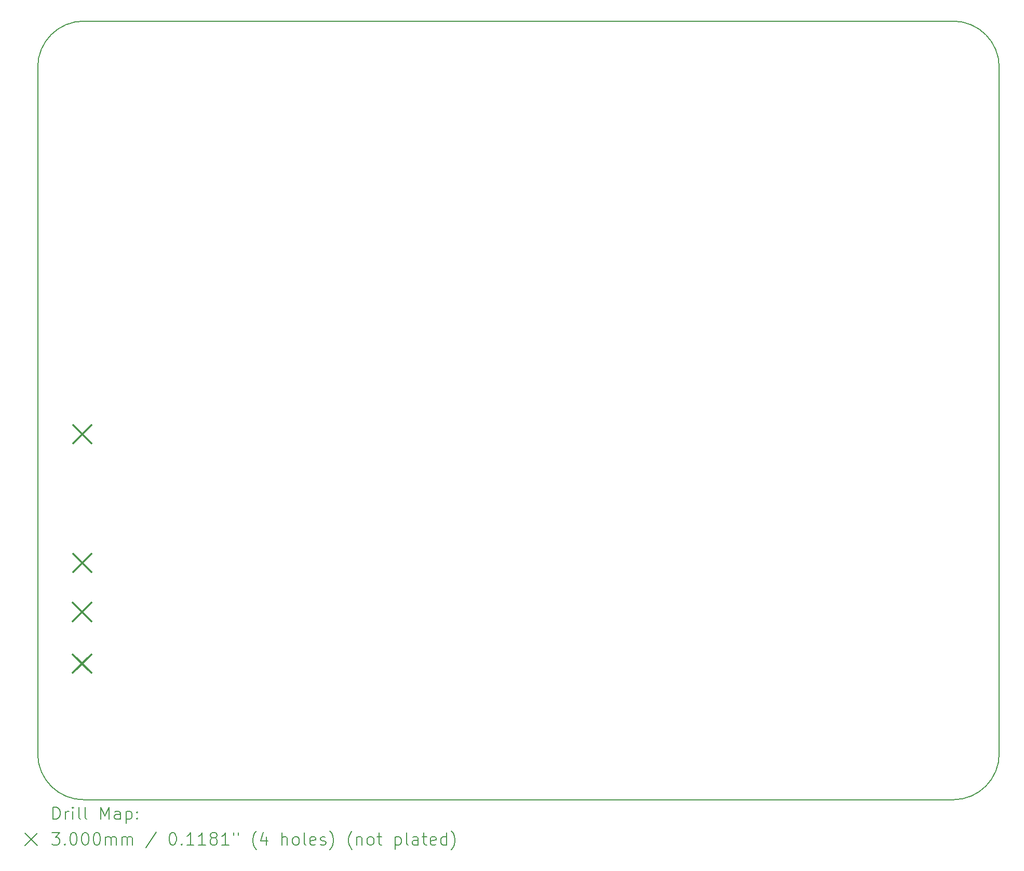
<source format=gbr>
%FSLAX45Y45*%
G04 Gerber Fmt 4.5, Leading zero omitted, Abs format (unit mm)*
G04 Created by KiCad (PCBNEW (6.0.1)) date 2023-04-18 18:33:36*
%MOMM*%
%LPD*%
G01*
G04 APERTURE LIST*
%TA.AperFunction,Profile*%
%ADD10C,0.150000*%
%TD*%
%ADD11C,0.200000*%
%ADD12C,0.300000*%
G04 APERTURE END LIST*
D10*
X5884100Y-4204780D02*
X5884100Y-15411200D01*
X5884100Y-15411200D02*
G75*
G03*
X6640500Y-16154400I749800J6600D01*
G01*
X6634480Y-3454400D02*
G75*
G03*
X5884100Y-4204780I0J-750380D01*
G01*
X6640500Y-16154400D02*
X20817300Y-16154400D01*
X6634480Y-3454400D02*
X20813000Y-3454400D01*
X21560600Y-4206900D02*
X21560600Y-15398000D01*
X21560600Y-4206900D02*
G75*
G03*
X20813000Y-3454400I-750050J2450D01*
G01*
X20817300Y-16154400D02*
G75*
G03*
X21560600Y-15398000I-6550J749850D01*
G01*
D11*
D12*
X6457900Y-12942800D02*
X6757900Y-13242800D01*
X6757900Y-12942800D02*
X6457900Y-13242800D01*
X6457900Y-13782800D02*
X6757900Y-14082800D01*
X6757900Y-13782800D02*
X6457900Y-14082800D01*
X6460600Y-10043600D02*
X6760600Y-10343600D01*
X6760600Y-10043600D02*
X6460600Y-10343600D01*
X6460600Y-12143600D02*
X6760600Y-12443600D01*
X6760600Y-12143600D02*
X6460600Y-12443600D01*
D11*
X6134219Y-16472405D02*
X6134219Y-16272405D01*
X6181838Y-16272405D01*
X6210409Y-16281929D01*
X6229457Y-16300977D01*
X6238981Y-16320024D01*
X6248505Y-16358119D01*
X6248505Y-16386691D01*
X6238981Y-16424786D01*
X6229457Y-16443834D01*
X6210409Y-16462881D01*
X6181838Y-16472405D01*
X6134219Y-16472405D01*
X6334219Y-16472405D02*
X6334219Y-16339072D01*
X6334219Y-16377167D02*
X6343743Y-16358119D01*
X6353267Y-16348596D01*
X6372314Y-16339072D01*
X6391362Y-16339072D01*
X6458028Y-16472405D02*
X6458028Y-16339072D01*
X6458028Y-16272405D02*
X6448505Y-16281929D01*
X6458028Y-16291453D01*
X6467552Y-16281929D01*
X6458028Y-16272405D01*
X6458028Y-16291453D01*
X6581838Y-16472405D02*
X6562790Y-16462881D01*
X6553267Y-16443834D01*
X6553267Y-16272405D01*
X6686600Y-16472405D02*
X6667552Y-16462881D01*
X6658028Y-16443834D01*
X6658028Y-16272405D01*
X6915171Y-16472405D02*
X6915171Y-16272405D01*
X6981838Y-16415262D01*
X7048505Y-16272405D01*
X7048505Y-16472405D01*
X7229457Y-16472405D02*
X7229457Y-16367643D01*
X7219933Y-16348596D01*
X7200886Y-16339072D01*
X7162790Y-16339072D01*
X7143743Y-16348596D01*
X7229457Y-16462881D02*
X7210409Y-16472405D01*
X7162790Y-16472405D01*
X7143743Y-16462881D01*
X7134219Y-16443834D01*
X7134219Y-16424786D01*
X7143743Y-16405738D01*
X7162790Y-16396215D01*
X7210409Y-16396215D01*
X7229457Y-16386691D01*
X7324695Y-16339072D02*
X7324695Y-16539072D01*
X7324695Y-16348596D02*
X7343743Y-16339072D01*
X7381838Y-16339072D01*
X7400886Y-16348596D01*
X7410409Y-16358119D01*
X7419933Y-16377167D01*
X7419933Y-16434310D01*
X7410409Y-16453357D01*
X7400886Y-16462881D01*
X7381838Y-16472405D01*
X7343743Y-16472405D01*
X7324695Y-16462881D01*
X7505648Y-16453357D02*
X7515171Y-16462881D01*
X7505648Y-16472405D01*
X7496124Y-16462881D01*
X7505648Y-16453357D01*
X7505648Y-16472405D01*
X7505648Y-16348596D02*
X7515171Y-16358119D01*
X7505648Y-16367643D01*
X7496124Y-16358119D01*
X7505648Y-16348596D01*
X7505648Y-16367643D01*
X5676600Y-16701929D02*
X5876600Y-16901929D01*
X5876600Y-16701929D02*
X5676600Y-16901929D01*
X6115171Y-16692405D02*
X6238981Y-16692405D01*
X6172314Y-16768596D01*
X6200886Y-16768596D01*
X6219933Y-16778119D01*
X6229457Y-16787643D01*
X6238981Y-16806691D01*
X6238981Y-16854310D01*
X6229457Y-16873358D01*
X6219933Y-16882881D01*
X6200886Y-16892405D01*
X6143743Y-16892405D01*
X6124695Y-16882881D01*
X6115171Y-16873358D01*
X6324695Y-16873358D02*
X6334219Y-16882881D01*
X6324695Y-16892405D01*
X6315171Y-16882881D01*
X6324695Y-16873358D01*
X6324695Y-16892405D01*
X6458028Y-16692405D02*
X6477076Y-16692405D01*
X6496124Y-16701929D01*
X6505648Y-16711453D01*
X6515171Y-16730500D01*
X6524695Y-16768596D01*
X6524695Y-16816215D01*
X6515171Y-16854310D01*
X6505648Y-16873358D01*
X6496124Y-16882881D01*
X6477076Y-16892405D01*
X6458028Y-16892405D01*
X6438981Y-16882881D01*
X6429457Y-16873358D01*
X6419933Y-16854310D01*
X6410409Y-16816215D01*
X6410409Y-16768596D01*
X6419933Y-16730500D01*
X6429457Y-16711453D01*
X6438981Y-16701929D01*
X6458028Y-16692405D01*
X6648505Y-16692405D02*
X6667552Y-16692405D01*
X6686600Y-16701929D01*
X6696124Y-16711453D01*
X6705648Y-16730500D01*
X6715171Y-16768596D01*
X6715171Y-16816215D01*
X6705648Y-16854310D01*
X6696124Y-16873358D01*
X6686600Y-16882881D01*
X6667552Y-16892405D01*
X6648505Y-16892405D01*
X6629457Y-16882881D01*
X6619933Y-16873358D01*
X6610409Y-16854310D01*
X6600886Y-16816215D01*
X6600886Y-16768596D01*
X6610409Y-16730500D01*
X6619933Y-16711453D01*
X6629457Y-16701929D01*
X6648505Y-16692405D01*
X6838981Y-16692405D02*
X6858028Y-16692405D01*
X6877076Y-16701929D01*
X6886600Y-16711453D01*
X6896124Y-16730500D01*
X6905648Y-16768596D01*
X6905648Y-16816215D01*
X6896124Y-16854310D01*
X6886600Y-16873358D01*
X6877076Y-16882881D01*
X6858028Y-16892405D01*
X6838981Y-16892405D01*
X6819933Y-16882881D01*
X6810409Y-16873358D01*
X6800886Y-16854310D01*
X6791362Y-16816215D01*
X6791362Y-16768596D01*
X6800886Y-16730500D01*
X6810409Y-16711453D01*
X6819933Y-16701929D01*
X6838981Y-16692405D01*
X6991362Y-16892405D02*
X6991362Y-16759072D01*
X6991362Y-16778119D02*
X7000886Y-16768596D01*
X7019933Y-16759072D01*
X7048505Y-16759072D01*
X7067552Y-16768596D01*
X7077076Y-16787643D01*
X7077076Y-16892405D01*
X7077076Y-16787643D02*
X7086600Y-16768596D01*
X7105648Y-16759072D01*
X7134219Y-16759072D01*
X7153267Y-16768596D01*
X7162790Y-16787643D01*
X7162790Y-16892405D01*
X7258028Y-16892405D02*
X7258028Y-16759072D01*
X7258028Y-16778119D02*
X7267552Y-16768596D01*
X7286600Y-16759072D01*
X7315171Y-16759072D01*
X7334219Y-16768596D01*
X7343743Y-16787643D01*
X7343743Y-16892405D01*
X7343743Y-16787643D02*
X7353267Y-16768596D01*
X7372314Y-16759072D01*
X7400886Y-16759072D01*
X7419933Y-16768596D01*
X7429457Y-16787643D01*
X7429457Y-16892405D01*
X7819933Y-16682881D02*
X7648505Y-16940024D01*
X8077076Y-16692405D02*
X8096124Y-16692405D01*
X8115171Y-16701929D01*
X8124695Y-16711453D01*
X8134219Y-16730500D01*
X8143743Y-16768596D01*
X8143743Y-16816215D01*
X8134219Y-16854310D01*
X8124695Y-16873358D01*
X8115171Y-16882881D01*
X8096124Y-16892405D01*
X8077076Y-16892405D01*
X8058028Y-16882881D01*
X8048505Y-16873358D01*
X8038981Y-16854310D01*
X8029457Y-16816215D01*
X8029457Y-16768596D01*
X8038981Y-16730500D01*
X8048505Y-16711453D01*
X8058028Y-16701929D01*
X8077076Y-16692405D01*
X8229457Y-16873358D02*
X8238981Y-16882881D01*
X8229457Y-16892405D01*
X8219933Y-16882881D01*
X8229457Y-16873358D01*
X8229457Y-16892405D01*
X8429457Y-16892405D02*
X8315171Y-16892405D01*
X8372314Y-16892405D02*
X8372314Y-16692405D01*
X8353267Y-16720977D01*
X8334219Y-16740024D01*
X8315171Y-16749548D01*
X8619933Y-16892405D02*
X8505648Y-16892405D01*
X8562790Y-16892405D02*
X8562790Y-16692405D01*
X8543743Y-16720977D01*
X8524695Y-16740024D01*
X8505648Y-16749548D01*
X8734219Y-16778119D02*
X8715171Y-16768596D01*
X8705648Y-16759072D01*
X8696124Y-16740024D01*
X8696124Y-16730500D01*
X8705648Y-16711453D01*
X8715171Y-16701929D01*
X8734219Y-16692405D01*
X8772314Y-16692405D01*
X8791362Y-16701929D01*
X8800886Y-16711453D01*
X8810410Y-16730500D01*
X8810410Y-16740024D01*
X8800886Y-16759072D01*
X8791362Y-16768596D01*
X8772314Y-16778119D01*
X8734219Y-16778119D01*
X8715171Y-16787643D01*
X8705648Y-16797167D01*
X8696124Y-16816215D01*
X8696124Y-16854310D01*
X8705648Y-16873358D01*
X8715171Y-16882881D01*
X8734219Y-16892405D01*
X8772314Y-16892405D01*
X8791362Y-16882881D01*
X8800886Y-16873358D01*
X8810410Y-16854310D01*
X8810410Y-16816215D01*
X8800886Y-16797167D01*
X8791362Y-16787643D01*
X8772314Y-16778119D01*
X9000886Y-16892405D02*
X8886600Y-16892405D01*
X8943743Y-16892405D02*
X8943743Y-16692405D01*
X8924695Y-16720977D01*
X8905648Y-16740024D01*
X8886600Y-16749548D01*
X9077076Y-16692405D02*
X9077076Y-16730500D01*
X9153267Y-16692405D02*
X9153267Y-16730500D01*
X9448505Y-16968596D02*
X9438981Y-16959072D01*
X9419933Y-16930500D01*
X9410410Y-16911453D01*
X9400886Y-16882881D01*
X9391362Y-16835262D01*
X9391362Y-16797167D01*
X9400886Y-16749548D01*
X9410410Y-16720977D01*
X9419933Y-16701929D01*
X9438981Y-16673357D01*
X9448505Y-16663834D01*
X9610410Y-16759072D02*
X9610410Y-16892405D01*
X9562790Y-16682881D02*
X9515171Y-16825739D01*
X9638981Y-16825739D01*
X9867552Y-16892405D02*
X9867552Y-16692405D01*
X9953267Y-16892405D02*
X9953267Y-16787643D01*
X9943743Y-16768596D01*
X9924695Y-16759072D01*
X9896124Y-16759072D01*
X9877076Y-16768596D01*
X9867552Y-16778119D01*
X10077076Y-16892405D02*
X10058029Y-16882881D01*
X10048505Y-16873358D01*
X10038981Y-16854310D01*
X10038981Y-16797167D01*
X10048505Y-16778119D01*
X10058029Y-16768596D01*
X10077076Y-16759072D01*
X10105648Y-16759072D01*
X10124695Y-16768596D01*
X10134219Y-16778119D01*
X10143743Y-16797167D01*
X10143743Y-16854310D01*
X10134219Y-16873358D01*
X10124695Y-16882881D01*
X10105648Y-16892405D01*
X10077076Y-16892405D01*
X10258029Y-16892405D02*
X10238981Y-16882881D01*
X10229457Y-16863834D01*
X10229457Y-16692405D01*
X10410410Y-16882881D02*
X10391362Y-16892405D01*
X10353267Y-16892405D01*
X10334219Y-16882881D01*
X10324695Y-16863834D01*
X10324695Y-16787643D01*
X10334219Y-16768596D01*
X10353267Y-16759072D01*
X10391362Y-16759072D01*
X10410410Y-16768596D01*
X10419933Y-16787643D01*
X10419933Y-16806691D01*
X10324695Y-16825739D01*
X10496124Y-16882881D02*
X10515171Y-16892405D01*
X10553267Y-16892405D01*
X10572314Y-16882881D01*
X10581838Y-16863834D01*
X10581838Y-16854310D01*
X10572314Y-16835262D01*
X10553267Y-16825739D01*
X10524695Y-16825739D01*
X10505648Y-16816215D01*
X10496124Y-16797167D01*
X10496124Y-16787643D01*
X10505648Y-16768596D01*
X10524695Y-16759072D01*
X10553267Y-16759072D01*
X10572314Y-16768596D01*
X10648505Y-16968596D02*
X10658029Y-16959072D01*
X10677076Y-16930500D01*
X10686600Y-16911453D01*
X10696124Y-16882881D01*
X10705648Y-16835262D01*
X10705648Y-16797167D01*
X10696124Y-16749548D01*
X10686600Y-16720977D01*
X10677076Y-16701929D01*
X10658029Y-16673357D01*
X10648505Y-16663834D01*
X11010410Y-16968596D02*
X11000886Y-16959072D01*
X10981838Y-16930500D01*
X10972314Y-16911453D01*
X10962790Y-16882881D01*
X10953267Y-16835262D01*
X10953267Y-16797167D01*
X10962790Y-16749548D01*
X10972314Y-16720977D01*
X10981838Y-16701929D01*
X11000886Y-16673357D01*
X11010410Y-16663834D01*
X11086600Y-16759072D02*
X11086600Y-16892405D01*
X11086600Y-16778119D02*
X11096124Y-16768596D01*
X11115171Y-16759072D01*
X11143743Y-16759072D01*
X11162790Y-16768596D01*
X11172314Y-16787643D01*
X11172314Y-16892405D01*
X11296124Y-16892405D02*
X11277076Y-16882881D01*
X11267552Y-16873358D01*
X11258028Y-16854310D01*
X11258028Y-16797167D01*
X11267552Y-16778119D01*
X11277076Y-16768596D01*
X11296124Y-16759072D01*
X11324695Y-16759072D01*
X11343743Y-16768596D01*
X11353267Y-16778119D01*
X11362790Y-16797167D01*
X11362790Y-16854310D01*
X11353267Y-16873358D01*
X11343743Y-16882881D01*
X11324695Y-16892405D01*
X11296124Y-16892405D01*
X11419933Y-16759072D02*
X11496124Y-16759072D01*
X11448505Y-16692405D02*
X11448505Y-16863834D01*
X11458028Y-16882881D01*
X11477076Y-16892405D01*
X11496124Y-16892405D01*
X11715171Y-16759072D02*
X11715171Y-16959072D01*
X11715171Y-16768596D02*
X11734219Y-16759072D01*
X11772314Y-16759072D01*
X11791362Y-16768596D01*
X11800886Y-16778119D01*
X11810409Y-16797167D01*
X11810409Y-16854310D01*
X11800886Y-16873358D01*
X11791362Y-16882881D01*
X11772314Y-16892405D01*
X11734219Y-16892405D01*
X11715171Y-16882881D01*
X11924695Y-16892405D02*
X11905648Y-16882881D01*
X11896124Y-16863834D01*
X11896124Y-16692405D01*
X12086600Y-16892405D02*
X12086600Y-16787643D01*
X12077076Y-16768596D01*
X12058028Y-16759072D01*
X12019933Y-16759072D01*
X12000886Y-16768596D01*
X12086600Y-16882881D02*
X12067552Y-16892405D01*
X12019933Y-16892405D01*
X12000886Y-16882881D01*
X11991362Y-16863834D01*
X11991362Y-16844786D01*
X12000886Y-16825739D01*
X12019933Y-16816215D01*
X12067552Y-16816215D01*
X12086600Y-16806691D01*
X12153267Y-16759072D02*
X12229457Y-16759072D01*
X12181838Y-16692405D02*
X12181838Y-16863834D01*
X12191362Y-16882881D01*
X12210409Y-16892405D01*
X12229457Y-16892405D01*
X12372314Y-16882881D02*
X12353267Y-16892405D01*
X12315171Y-16892405D01*
X12296124Y-16882881D01*
X12286600Y-16863834D01*
X12286600Y-16787643D01*
X12296124Y-16768596D01*
X12315171Y-16759072D01*
X12353267Y-16759072D01*
X12372314Y-16768596D01*
X12381838Y-16787643D01*
X12381838Y-16806691D01*
X12286600Y-16825739D01*
X12553267Y-16892405D02*
X12553267Y-16692405D01*
X12553267Y-16882881D02*
X12534219Y-16892405D01*
X12496124Y-16892405D01*
X12477076Y-16882881D01*
X12467552Y-16873358D01*
X12458028Y-16854310D01*
X12458028Y-16797167D01*
X12467552Y-16778119D01*
X12477076Y-16768596D01*
X12496124Y-16759072D01*
X12534219Y-16759072D01*
X12553267Y-16768596D01*
X12629457Y-16968596D02*
X12638981Y-16959072D01*
X12658028Y-16930500D01*
X12667552Y-16911453D01*
X12677076Y-16882881D01*
X12686600Y-16835262D01*
X12686600Y-16797167D01*
X12677076Y-16749548D01*
X12667552Y-16720977D01*
X12658028Y-16701929D01*
X12638981Y-16673357D01*
X12629457Y-16663834D01*
M02*

</source>
